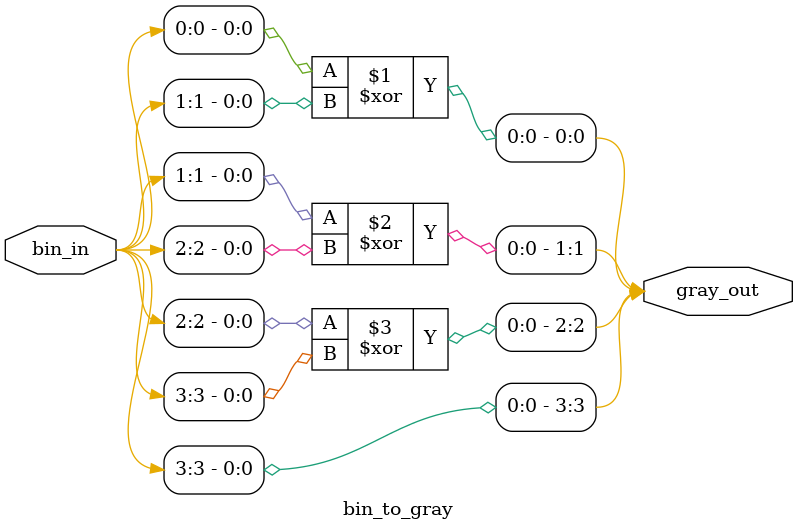
<source format=sv>
module bin_to_gray #(
    parameter WIDTH = 4
)(
    input wire [WIDTH-1:0] bin_in,
    output wire [WIDTH-1:0] gray_out
);
    // 格雷码转换：gray_out[i] = bin_in[i] ^ bin_in[i+1]
    genvar i;
    generate
        for (i = 0; i < WIDTH-1; i = i + 1) begin: gray_conv
            assign gray_out[i] = bin_in[i] ^ bin_in[i+1];
        end
    endgenerate
    assign gray_out[WIDTH-1] = bin_in[WIDTH-1];
endmodule
</source>
